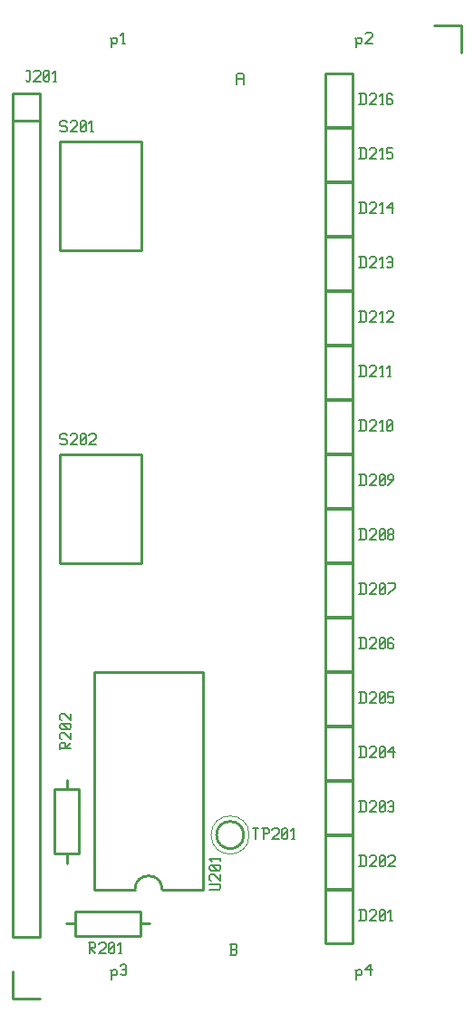
<source format=gto>
G04 start of page 9 for group -4079 idx -4079 *
G04 Title: 31.002.00.01.01, topsilk *
G04 Creator: pcb 4.2.2 *
G04 CreationDate: Sun Jan  3 11:16:11 2021 UTC *
G04 For: bert *
G04 Format: Gerber/RS-274X *
G04 PCB-Dimensions (mil): 2200.00 4200.00 *
G04 PCB-Coordinate-Origin: lower left *
%MOIN*%
%FSLAX25Y25*%
%LNGTO*%
%ADD60C,0.0080*%
%ADD59C,0.0000*%
%ADD58C,0.0100*%
G54D58*X20000Y42500D02*Y52500D01*
Y42500D02*X30000D01*
X43100Y70000D02*X39700D01*
X66900D02*X70300D01*
X43100Y74500D02*Y65500D01*
X66900Y74500D02*Y65500D01*
X43100Y74500D02*X66900D01*
X43100Y65500D02*X66900D01*
X40000Y122800D02*Y119400D01*
Y95600D02*Y92200D01*
X35500Y119400D02*X44500D01*
X35500Y95600D02*X44500D01*
Y119400D02*Y95600D01*
X35500Y119400D02*Y95600D01*
X135100Y142300D02*Y122700D01*
X144900Y142300D02*Y122700D01*
X135100D02*X144900D01*
X135100Y142300D02*X144900D01*
X135100Y122300D02*Y102700D01*
X144900Y122300D02*Y102700D01*
X135100D02*X144900D01*
X135100Y122300D02*X144900D01*
X135100Y102300D02*Y82700D01*
X144900Y102300D02*Y82700D01*
X135100D02*X144900D01*
X135100Y102300D02*X144900D01*
X135100Y82300D02*Y62700D01*
X144900Y82300D02*Y62700D01*
X135100D02*X144900D01*
X135100Y82300D02*X144900D01*
X95000Y102500D02*G75*G03X95000Y102500I5000J0D01*G01*
G54D59*X93000D02*G75*G03X93000Y102500I7000J0D01*G01*
G54D58*X185000Y400000D02*Y390000D01*
Y400000D02*X175000D01*
X135100Y382300D02*Y362700D01*
X144900Y382300D02*Y362700D01*
X135100D02*X144900D01*
X135100Y382300D02*X144900D01*
X37500Y202500D02*X67500D01*
Y242500D01*
X37500D01*
Y202500D01*
Y317500D02*X67500D01*
Y357500D01*
X37500D01*
Y317500D01*
X135100Y362300D02*Y342700D01*
X144900Y362300D02*Y342700D01*
X135100D02*X144900D01*
X135100Y362300D02*X144900D01*
X135100Y342300D02*Y322700D01*
X144900Y342300D02*Y322700D01*
X135100D02*X144900D01*
X135100Y342300D02*X144900D01*
X135100Y322300D02*Y302700D01*
X144900Y322300D02*Y302700D01*
X135100D02*X144900D01*
X135100Y322300D02*X144900D01*
X135100Y302300D02*Y282700D01*
X144900Y302300D02*Y282700D01*
X135100D02*X144900D01*
X135100Y302300D02*X144900D01*
X135100Y282300D02*Y262700D01*
X144900Y282300D02*Y262700D01*
X135100D02*X144900D01*
X135100Y282300D02*X144900D01*
X135100Y262300D02*Y242700D01*
X144900Y262300D02*Y242700D01*
X135100D02*X144900D01*
X135100Y262300D02*X144900D01*
X135100Y242300D02*Y222700D01*
X144900Y242300D02*Y222700D01*
X135100D02*X144900D01*
X135100Y242300D02*X144900D01*
X135100Y222300D02*Y202700D01*
X144900Y222300D02*Y202700D01*
X135100D02*X144900D01*
X135100Y222300D02*X144900D01*
X20000Y375000D02*X30000D01*
X20000Y365000D02*X30000D01*
X20000Y375000D02*Y65000D01*
X30000Y375000D02*Y65000D01*
X20000D02*X30000D01*
X90000Y162500D02*Y82500D01*
X50000Y162500D02*X90000D01*
X50000D02*Y82500D01*
X75000D02*X90000D01*
X50000D02*X65000D01*
X75000D02*G75*G03X65000Y82500I-5000J0D01*G01*
X135100Y202300D02*Y182700D01*
X144900Y202300D02*Y182700D01*
X135100D02*X144900D01*
X135100Y202300D02*X144900D01*
X135100Y182300D02*Y162700D01*
X144900Y182300D02*Y162700D01*
X135100D02*X144900D01*
X135100Y182300D02*X144900D01*
X135100Y162300D02*Y142700D01*
X144900Y162300D02*Y142700D01*
X135100D02*X144900D01*
X135100Y162300D02*X144900D01*
G54D60*X56500Y52500D02*Y49500D01*
X56000Y53000D02*X56500Y52500D01*
X57000Y53000D01*
X58000D01*
X58500Y52500D01*
Y51500D01*
X58000Y51000D02*X58500Y51500D01*
X57000Y51000D02*X58000D01*
X56500Y51500D02*X57000Y51000D01*
X59700Y54500D02*X60200Y55000D01*
X61200D01*
X61700Y54500D01*
Y51500D01*
X61200Y51000D02*X61700Y51500D01*
X60200Y51000D02*X61200D01*
X59700Y51500D02*X60200Y51000D01*
Y53000D02*X61700D01*
X146500Y52500D02*Y49500D01*
X146000Y53000D02*X146500Y52500D01*
X147000Y53000D01*
X148000D01*
X148500Y52500D01*
Y51500D01*
X148000Y51000D02*X148500Y51500D01*
X147000Y51000D02*X148000D01*
X146500Y51500D02*X147000Y51000D01*
X149700Y53000D02*X151700Y55000D01*
X149700Y53000D02*X152200D01*
X151700Y55000D02*Y51000D01*
X100000Y58500D02*X102000D01*
X102500Y59000D01*
Y60000D02*Y59000D01*
X102000Y60500D02*X102500Y60000D01*
X100500Y60500D02*X102000D01*
X100500Y62500D02*Y58500D01*
X100000Y62500D02*X102000D01*
X102500Y62000D01*
Y61000D01*
X102000Y60500D02*X102500Y61000D01*
X48000Y63000D02*X50000D01*
X50500Y62500D01*
Y61500D01*
X50000Y61000D02*X50500Y61500D01*
X48500Y61000D02*X50000D01*
X48500Y63000D02*Y59000D01*
Y61000D02*X50500Y59000D01*
X51700Y62500D02*X52200Y63000D01*
X53700D01*
X54200Y62500D01*
Y61500D01*
X51700Y59000D02*X54200Y61500D01*
X51700Y59000D02*X54200D01*
X55400Y59500D02*X55900Y59000D01*
X55400Y62500D02*Y59500D01*
Y62500D02*X55900Y63000D01*
X56900D01*
X57400Y62500D01*
Y59500D01*
X56900Y59000D02*X57400Y59500D01*
X55900Y59000D02*X56900D01*
X55400Y60000D02*X57400Y62000D01*
X59100Y59000D02*X60100D01*
X59600Y63000D02*Y59000D01*
X58600Y62000D02*X59600Y63000D01*
X92500Y82500D02*X96000D01*
X96500Y83000D01*
Y84000D02*Y83000D01*
Y84000D02*X96000Y84500D01*
X92500D02*X96000D01*
X93000Y85700D02*X92500Y86200D01*
Y87700D02*Y86200D01*
Y87700D02*X93000Y88200D01*
X94000D01*
X96500Y85700D02*X94000Y88200D01*
X96500D02*Y85700D01*
X96000Y89400D02*X96500Y89900D01*
X93000Y89400D02*X96000D01*
X93000D02*X92500Y89900D01*
Y90900D02*Y89900D01*
Y90900D02*X93000Y91400D01*
X96000D01*
X96500Y90900D02*X96000Y91400D01*
X96500Y90900D02*Y89900D01*
X95500Y89400D02*X93500Y91400D01*
X96500Y94100D02*Y93100D01*
X92500Y93600D02*X96500D01*
X93500Y92600D02*X92500Y93600D01*
X108500Y105000D02*X110500D01*
X109500D02*Y101000D01*
X112200Y105000D02*Y101000D01*
X111700Y105000D02*X113700D01*
X114200Y104500D01*
Y103500D01*
X113700Y103000D02*X114200Y103500D01*
X112200Y103000D02*X113700D01*
X115400Y104500D02*X115900Y105000D01*
X117400D01*
X117900Y104500D01*
Y103500D01*
X115400Y101000D02*X117900Y103500D01*
X115400Y101000D02*X117900D01*
X119100Y101500D02*X119600Y101000D01*
X119100Y104500D02*Y101500D01*
Y104500D02*X119600Y105000D01*
X120600D01*
X121100Y104500D01*
Y101500D01*
X120600Y101000D02*X121100Y101500D01*
X119600Y101000D02*X120600D01*
X119100Y102000D02*X121100Y104000D01*
X122800Y101000D02*X123800D01*
X123300Y105000D02*Y101000D01*
X122300Y104000D02*X123300Y105000D01*
X37500Y136000D02*Y134000D01*
Y136000D02*X38000Y136500D01*
X39000D01*
X39500Y136000D02*X39000Y136500D01*
X39500Y136000D02*Y134500D01*
X37500D02*X41500D01*
X39500D02*X41500Y136500D01*
X38000Y137700D02*X37500Y138200D01*
Y139700D02*Y138200D01*
Y139700D02*X38000Y140200D01*
X39000D01*
X41500Y137700D02*X39000Y140200D01*
X41500D02*Y137700D01*
X41000Y141400D02*X41500Y141900D01*
X38000Y141400D02*X41000D01*
X38000D02*X37500Y141900D01*
Y142900D02*Y141900D01*
Y142900D02*X38000Y143400D01*
X41000D01*
X41500Y142900D02*X41000Y143400D01*
X41500Y142900D02*Y141900D01*
X40500Y141400D02*X38500Y143400D01*
X38000Y144600D02*X37500Y145100D01*
Y146600D02*Y145100D01*
Y146600D02*X38000Y147100D01*
X39000D01*
X41500Y144600D02*X39000Y147100D01*
X41500D02*Y144600D01*
X148000Y155000D02*Y151000D01*
X149500Y155000D02*X150000Y154500D01*
Y151500D01*
X149500Y151000D02*X150000Y151500D01*
X147500Y151000D02*X149500D01*
X147500Y155000D02*X149500D01*
X151200Y154500D02*X151700Y155000D01*
X153200D01*
X153700Y154500D01*
Y153500D01*
X151200Y151000D02*X153700Y153500D01*
X151200Y151000D02*X153700D01*
X154900Y151500D02*X155400Y151000D01*
X154900Y154500D02*Y151500D01*
Y154500D02*X155400Y155000D01*
X156400D01*
X156900Y154500D01*
Y151500D01*
X156400Y151000D02*X156900Y151500D01*
X155400Y151000D02*X156400D01*
X154900Y152000D02*X156900Y154000D01*
X158100Y155000D02*X160100D01*
X158100D02*Y153000D01*
X158600Y153500D01*
X159600D01*
X160100Y153000D01*
Y151500D01*
X159600Y151000D02*X160100Y151500D01*
X158600Y151000D02*X159600D01*
X158100Y151500D02*X158600Y151000D01*
X148000Y135000D02*Y131000D01*
X149500Y135000D02*X150000Y134500D01*
Y131500D01*
X149500Y131000D02*X150000Y131500D01*
X147500Y131000D02*X149500D01*
X147500Y135000D02*X149500D01*
X151200Y134500D02*X151700Y135000D01*
X153200D01*
X153700Y134500D01*
Y133500D01*
X151200Y131000D02*X153700Y133500D01*
X151200Y131000D02*X153700D01*
X154900Y131500D02*X155400Y131000D01*
X154900Y134500D02*Y131500D01*
Y134500D02*X155400Y135000D01*
X156400D01*
X156900Y134500D01*
Y131500D01*
X156400Y131000D02*X156900Y131500D01*
X155400Y131000D02*X156400D01*
X154900Y132000D02*X156900Y134000D01*
X158100Y133000D02*X160100Y135000D01*
X158100Y133000D02*X160600D01*
X160100Y135000D02*Y131000D01*
X148000Y115000D02*Y111000D01*
X149500Y115000D02*X150000Y114500D01*
Y111500D01*
X149500Y111000D02*X150000Y111500D01*
X147500Y111000D02*X149500D01*
X147500Y115000D02*X149500D01*
X151200Y114500D02*X151700Y115000D01*
X153200D01*
X153700Y114500D01*
Y113500D01*
X151200Y111000D02*X153700Y113500D01*
X151200Y111000D02*X153700D01*
X154900Y111500D02*X155400Y111000D01*
X154900Y114500D02*Y111500D01*
Y114500D02*X155400Y115000D01*
X156400D01*
X156900Y114500D01*
Y111500D01*
X156400Y111000D02*X156900Y111500D01*
X155400Y111000D02*X156400D01*
X154900Y112000D02*X156900Y114000D01*
X158100Y114500D02*X158600Y115000D01*
X159600D01*
X160100Y114500D01*
Y111500D01*
X159600Y111000D02*X160100Y111500D01*
X158600Y111000D02*X159600D01*
X158100Y111500D02*X158600Y111000D01*
Y113000D02*X160100D01*
X148000Y95000D02*Y91000D01*
X149500Y95000D02*X150000Y94500D01*
Y91500D01*
X149500Y91000D02*X150000Y91500D01*
X147500Y91000D02*X149500D01*
X147500Y95000D02*X149500D01*
X151200Y94500D02*X151700Y95000D01*
X153200D01*
X153700Y94500D01*
Y93500D01*
X151200Y91000D02*X153700Y93500D01*
X151200Y91000D02*X153700D01*
X154900Y91500D02*X155400Y91000D01*
X154900Y94500D02*Y91500D01*
Y94500D02*X155400Y95000D01*
X156400D01*
X156900Y94500D01*
Y91500D01*
X156400Y91000D02*X156900Y91500D01*
X155400Y91000D02*X156400D01*
X154900Y92000D02*X156900Y94000D01*
X158100Y94500D02*X158600Y95000D01*
X160100D01*
X160600Y94500D01*
Y93500D01*
X158100Y91000D02*X160600Y93500D01*
X158100Y91000D02*X160600D01*
X148000Y75000D02*Y71000D01*
X149500Y75000D02*X150000Y74500D01*
Y71500D01*
X149500Y71000D02*X150000Y71500D01*
X147500Y71000D02*X149500D01*
X147500Y75000D02*X149500D01*
X151200Y74500D02*X151700Y75000D01*
X153200D01*
X153700Y74500D01*
Y73500D01*
X151200Y71000D02*X153700Y73500D01*
X151200Y71000D02*X153700D01*
X154900Y71500D02*X155400Y71000D01*
X154900Y74500D02*Y71500D01*
Y74500D02*X155400Y75000D01*
X156400D01*
X156900Y74500D01*
Y71500D01*
X156400Y71000D02*X156900Y71500D01*
X155400Y71000D02*X156400D01*
X154900Y72000D02*X156900Y74000D01*
X158600Y71000D02*X159600D01*
X159100Y75000D02*Y71000D01*
X158100Y74000D02*X159100Y75000D01*
X146500Y395000D02*Y392000D01*
X146000Y395500D02*X146500Y395000D01*
X147000Y395500D01*
X148000D01*
X148500Y395000D01*
Y394000D01*
X148000Y393500D02*X148500Y394000D01*
X147000Y393500D02*X148000D01*
X146500Y394000D02*X147000Y393500D01*
X149700Y397000D02*X150200Y397500D01*
X151700D01*
X152200Y397000D01*
Y396000D01*
X149700Y393500D02*X152200Y396000D01*
X149700Y393500D02*X152200D01*
X102500Y382000D02*Y378500D01*
Y382000D02*X103000Y382500D01*
X104500D01*
X105000Y382000D01*
Y378500D01*
X102500Y380500D02*X105000D01*
X148000Y375000D02*Y371000D01*
X149500Y375000D02*X150000Y374500D01*
Y371500D01*
X149500Y371000D02*X150000Y371500D01*
X147500Y371000D02*X149500D01*
X147500Y375000D02*X149500D01*
X151200Y374500D02*X151700Y375000D01*
X153200D01*
X153700Y374500D01*
Y373500D01*
X151200Y371000D02*X153700Y373500D01*
X151200Y371000D02*X153700D01*
X155400D02*X156400D01*
X155900Y375000D02*Y371000D01*
X154900Y374000D02*X155900Y375000D01*
X159100D02*X159600Y374500D01*
X158100Y375000D02*X159100D01*
X157600Y374500D02*X158100Y375000D01*
X157600Y374500D02*Y371500D01*
X158100Y371000D01*
X159100Y373000D02*X159600Y372500D01*
X157600Y373000D02*X159100D01*
X158100Y371000D02*X159100D01*
X159600Y371500D01*
Y372500D02*Y371500D01*
X25000Y383500D02*X26500D01*
Y380000D01*
X26000Y379500D02*X26500Y380000D01*
X25500Y379500D02*X26000D01*
X25000Y380000D02*X25500Y379500D01*
X27700Y383000D02*X28200Y383500D01*
X29700D01*
X30200Y383000D01*
Y382000D01*
X27700Y379500D02*X30200Y382000D01*
X27700Y379500D02*X30200D01*
X31400Y380000D02*X31900Y379500D01*
X31400Y383000D02*Y380000D01*
Y383000D02*X31900Y383500D01*
X32900D01*
X33400Y383000D01*
Y380000D01*
X32900Y379500D02*X33400Y380000D01*
X31900Y379500D02*X32900D01*
X31400Y380500D02*X33400Y382500D01*
X35100Y379500D02*X36100D01*
X35600Y383500D02*Y379500D01*
X34600Y382500D02*X35600Y383500D01*
X39500Y250000D02*X40000Y249500D01*
X38000Y250000D02*X39500D01*
X37500Y249500D02*X38000Y250000D01*
X37500Y249500D02*Y248500D01*
X38000Y248000D01*
X39500D01*
X40000Y247500D01*
Y246500D01*
X39500Y246000D02*X40000Y246500D01*
X38000Y246000D02*X39500D01*
X37500Y246500D02*X38000Y246000D01*
X41200Y249500D02*X41700Y250000D01*
X43200D01*
X43700Y249500D01*
Y248500D01*
X41200Y246000D02*X43700Y248500D01*
X41200Y246000D02*X43700D01*
X44900Y246500D02*X45400Y246000D01*
X44900Y249500D02*Y246500D01*
Y249500D02*X45400Y250000D01*
X46400D01*
X46900Y249500D01*
Y246500D01*
X46400Y246000D02*X46900Y246500D01*
X45400Y246000D02*X46400D01*
X44900Y247000D02*X46900Y249000D01*
X48100Y249500D02*X48600Y250000D01*
X50100D01*
X50600Y249500D01*
Y248500D01*
X48100Y246000D02*X50600Y248500D01*
X48100Y246000D02*X50600D01*
X39500Y365000D02*X40000Y364500D01*
X38000Y365000D02*X39500D01*
X37500Y364500D02*X38000Y365000D01*
X37500Y364500D02*Y363500D01*
X38000Y363000D01*
X39500D01*
X40000Y362500D01*
Y361500D01*
X39500Y361000D02*X40000Y361500D01*
X38000Y361000D02*X39500D01*
X37500Y361500D02*X38000Y361000D01*
X41200Y364500D02*X41700Y365000D01*
X43200D01*
X43700Y364500D01*
Y363500D01*
X41200Y361000D02*X43700Y363500D01*
X41200Y361000D02*X43700D01*
X44900Y361500D02*X45400Y361000D01*
X44900Y364500D02*Y361500D01*
Y364500D02*X45400Y365000D01*
X46400D01*
X46900Y364500D01*
Y361500D01*
X46400Y361000D02*X46900Y361500D01*
X45400Y361000D02*X46400D01*
X44900Y362000D02*X46900Y364000D01*
X48600Y361000D02*X49600D01*
X49100Y365000D02*Y361000D01*
X48100Y364000D02*X49100Y365000D01*
X56500Y395000D02*Y392000D01*
X56000Y395500D02*X56500Y395000D01*
X57000Y395500D01*
X58000D01*
X58500Y395000D01*
Y394000D01*
X58000Y393500D02*X58500Y394000D01*
X57000Y393500D02*X58000D01*
X56500Y394000D02*X57000Y393500D01*
X60200D02*X61200D01*
X60700Y397500D02*Y393500D01*
X59700Y396500D02*X60700Y397500D01*
X148000Y355000D02*Y351000D01*
X149500Y355000D02*X150000Y354500D01*
Y351500D01*
X149500Y351000D02*X150000Y351500D01*
X147500Y351000D02*X149500D01*
X147500Y355000D02*X149500D01*
X151200Y354500D02*X151700Y355000D01*
X153200D01*
X153700Y354500D01*
Y353500D01*
X151200Y351000D02*X153700Y353500D01*
X151200Y351000D02*X153700D01*
X155400D02*X156400D01*
X155900Y355000D02*Y351000D01*
X154900Y354000D02*X155900Y355000D01*
X157600D02*X159600D01*
X157600D02*Y353000D01*
X158100Y353500D01*
X159100D01*
X159600Y353000D01*
Y351500D01*
X159100Y351000D02*X159600Y351500D01*
X158100Y351000D02*X159100D01*
X157600Y351500D02*X158100Y351000D01*
X148000Y335000D02*Y331000D01*
X149500Y335000D02*X150000Y334500D01*
Y331500D01*
X149500Y331000D02*X150000Y331500D01*
X147500Y331000D02*X149500D01*
X147500Y335000D02*X149500D01*
X151200Y334500D02*X151700Y335000D01*
X153200D01*
X153700Y334500D01*
Y333500D01*
X151200Y331000D02*X153700Y333500D01*
X151200Y331000D02*X153700D01*
X155400D02*X156400D01*
X155900Y335000D02*Y331000D01*
X154900Y334000D02*X155900Y335000D01*
X157600Y333000D02*X159600Y335000D01*
X157600Y333000D02*X160100D01*
X159600Y335000D02*Y331000D01*
X148000Y315000D02*Y311000D01*
X149500Y315000D02*X150000Y314500D01*
Y311500D01*
X149500Y311000D02*X150000Y311500D01*
X147500Y311000D02*X149500D01*
X147500Y315000D02*X149500D01*
X151200Y314500D02*X151700Y315000D01*
X153200D01*
X153700Y314500D01*
Y313500D01*
X151200Y311000D02*X153700Y313500D01*
X151200Y311000D02*X153700D01*
X155400D02*X156400D01*
X155900Y315000D02*Y311000D01*
X154900Y314000D02*X155900Y315000D01*
X157600Y314500D02*X158100Y315000D01*
X159100D01*
X159600Y314500D01*
Y311500D01*
X159100Y311000D02*X159600Y311500D01*
X158100Y311000D02*X159100D01*
X157600Y311500D02*X158100Y311000D01*
Y313000D02*X159600D01*
X148000Y295000D02*Y291000D01*
X149500Y295000D02*X150000Y294500D01*
Y291500D01*
X149500Y291000D02*X150000Y291500D01*
X147500Y291000D02*X149500D01*
X147500Y295000D02*X149500D01*
X151200Y294500D02*X151700Y295000D01*
X153200D01*
X153700Y294500D01*
Y293500D01*
X151200Y291000D02*X153700Y293500D01*
X151200Y291000D02*X153700D01*
X155400D02*X156400D01*
X155900Y295000D02*Y291000D01*
X154900Y294000D02*X155900Y295000D01*
X157600Y294500D02*X158100Y295000D01*
X159600D01*
X160100Y294500D01*
Y293500D01*
X157600Y291000D02*X160100Y293500D01*
X157600Y291000D02*X160100D01*
X148000Y275000D02*Y271000D01*
X149500Y275000D02*X150000Y274500D01*
Y271500D01*
X149500Y271000D02*X150000Y271500D01*
X147500Y271000D02*X149500D01*
X147500Y275000D02*X149500D01*
X151200Y274500D02*X151700Y275000D01*
X153200D01*
X153700Y274500D01*
Y273500D01*
X151200Y271000D02*X153700Y273500D01*
X151200Y271000D02*X153700D01*
X155400D02*X156400D01*
X155900Y275000D02*Y271000D01*
X154900Y274000D02*X155900Y275000D01*
X158100Y271000D02*X159100D01*
X158600Y275000D02*Y271000D01*
X157600Y274000D02*X158600Y275000D01*
X148000Y255000D02*Y251000D01*
X149500Y255000D02*X150000Y254500D01*
Y251500D01*
X149500Y251000D02*X150000Y251500D01*
X147500Y251000D02*X149500D01*
X147500Y255000D02*X149500D01*
X151200Y254500D02*X151700Y255000D01*
X153200D01*
X153700Y254500D01*
Y253500D01*
X151200Y251000D02*X153700Y253500D01*
X151200Y251000D02*X153700D01*
X155400D02*X156400D01*
X155900Y255000D02*Y251000D01*
X154900Y254000D02*X155900Y255000D01*
X157600Y251500D02*X158100Y251000D01*
X157600Y254500D02*Y251500D01*
Y254500D02*X158100Y255000D01*
X159100D01*
X159600Y254500D01*
Y251500D01*
X159100Y251000D02*X159600Y251500D01*
X158100Y251000D02*X159100D01*
X157600Y252000D02*X159600Y254000D01*
X148000Y235000D02*Y231000D01*
X149500Y235000D02*X150000Y234500D01*
Y231500D01*
X149500Y231000D02*X150000Y231500D01*
X147500Y231000D02*X149500D01*
X147500Y235000D02*X149500D01*
X151200Y234500D02*X151700Y235000D01*
X153200D01*
X153700Y234500D01*
Y233500D01*
X151200Y231000D02*X153700Y233500D01*
X151200Y231000D02*X153700D01*
X154900Y231500D02*X155400Y231000D01*
X154900Y234500D02*Y231500D01*
Y234500D02*X155400Y235000D01*
X156400D01*
X156900Y234500D01*
Y231500D01*
X156400Y231000D02*X156900Y231500D01*
X155400Y231000D02*X156400D01*
X154900Y232000D02*X156900Y234000D01*
X158100Y231000D02*X160100Y233000D01*
Y234500D02*Y233000D01*
X159600Y235000D02*X160100Y234500D01*
X158600Y235000D02*X159600D01*
X158100Y234500D02*X158600Y235000D01*
X158100Y234500D02*Y233500D01*
X158600Y233000D01*
X160100D01*
X148000Y215000D02*Y211000D01*
X149500Y215000D02*X150000Y214500D01*
Y211500D01*
X149500Y211000D02*X150000Y211500D01*
X147500Y211000D02*X149500D01*
X147500Y215000D02*X149500D01*
X151200Y214500D02*X151700Y215000D01*
X153200D01*
X153700Y214500D01*
Y213500D01*
X151200Y211000D02*X153700Y213500D01*
X151200Y211000D02*X153700D01*
X154900Y211500D02*X155400Y211000D01*
X154900Y214500D02*Y211500D01*
Y214500D02*X155400Y215000D01*
X156400D01*
X156900Y214500D01*
Y211500D01*
X156400Y211000D02*X156900Y211500D01*
X155400Y211000D02*X156400D01*
X154900Y212000D02*X156900Y214000D01*
X158100Y211500D02*X158600Y211000D01*
X158100Y212500D02*Y211500D01*
Y212500D02*X158600Y213000D01*
X159600D01*
X160100Y212500D01*
Y211500D01*
X159600Y211000D02*X160100Y211500D01*
X158600Y211000D02*X159600D01*
X158100Y213500D02*X158600Y213000D01*
X158100Y214500D02*Y213500D01*
Y214500D02*X158600Y215000D01*
X159600D01*
X160100Y214500D01*
Y213500D01*
X159600Y213000D02*X160100Y213500D01*
X148000Y195000D02*Y191000D01*
X149500Y195000D02*X150000Y194500D01*
Y191500D01*
X149500Y191000D02*X150000Y191500D01*
X147500Y191000D02*X149500D01*
X147500Y195000D02*X149500D01*
X151200Y194500D02*X151700Y195000D01*
X153200D01*
X153700Y194500D01*
Y193500D01*
X151200Y191000D02*X153700Y193500D01*
X151200Y191000D02*X153700D01*
X154900Y191500D02*X155400Y191000D01*
X154900Y194500D02*Y191500D01*
Y194500D02*X155400Y195000D01*
X156400D01*
X156900Y194500D01*
Y191500D01*
X156400Y191000D02*X156900Y191500D01*
X155400Y191000D02*X156400D01*
X154900Y192000D02*X156900Y194000D01*
X158100Y191000D02*X160600Y193500D01*
Y195000D02*Y193500D01*
X158100Y195000D02*X160600D01*
X148000Y175000D02*Y171000D01*
X149500Y175000D02*X150000Y174500D01*
Y171500D01*
X149500Y171000D02*X150000Y171500D01*
X147500Y171000D02*X149500D01*
X147500Y175000D02*X149500D01*
X151200Y174500D02*X151700Y175000D01*
X153200D01*
X153700Y174500D01*
Y173500D01*
X151200Y171000D02*X153700Y173500D01*
X151200Y171000D02*X153700D01*
X154900Y171500D02*X155400Y171000D01*
X154900Y174500D02*Y171500D01*
Y174500D02*X155400Y175000D01*
X156400D01*
X156900Y174500D01*
Y171500D01*
X156400Y171000D02*X156900Y171500D01*
X155400Y171000D02*X156400D01*
X154900Y172000D02*X156900Y174000D01*
X159600Y175000D02*X160100Y174500D01*
X158600Y175000D02*X159600D01*
X158100Y174500D02*X158600Y175000D01*
X158100Y174500D02*Y171500D01*
X158600Y171000D01*
X159600Y173000D02*X160100Y172500D01*
X158100Y173000D02*X159600D01*
X158600Y171000D02*X159600D01*
X160100Y171500D01*
Y172500D02*Y171500D01*
M02*

</source>
